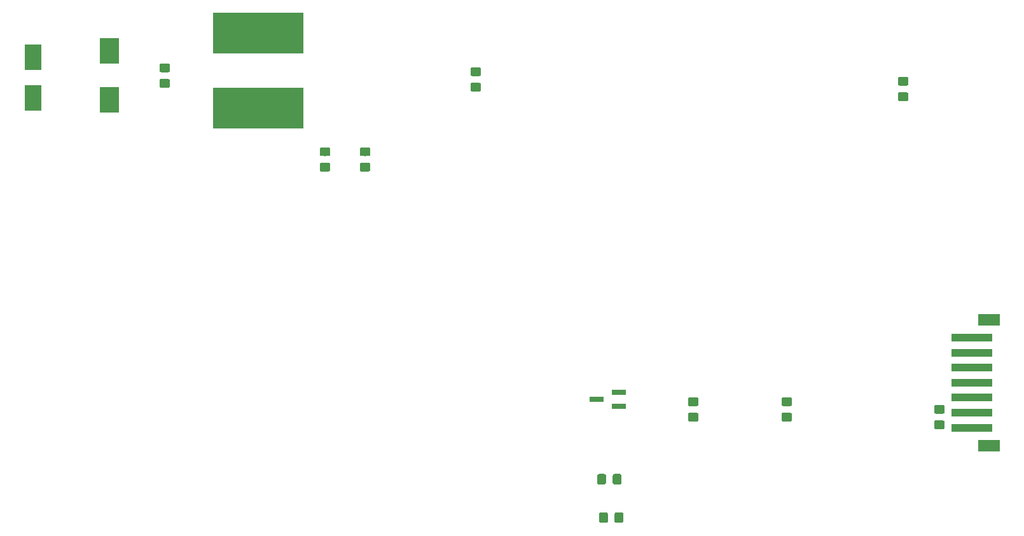
<source format=gbr>
G04 #@! TF.GenerationSoftware,KiCad,Pcbnew,(5.0.0)*
G04 #@! TF.CreationDate,2019-02-09T12:54:46-06:00*
G04 #@! TF.ProjectId,ArmPowerBoardV3,41726D506F776572426F61726456332E,rev?*
G04 #@! TF.SameCoordinates,Original*
G04 #@! TF.FileFunction,Paste,Top*
G04 #@! TF.FilePolarity,Positive*
%FSLAX46Y46*%
G04 Gerber Fmt 4.6, Leading zero omitted, Abs format (unit mm)*
G04 Created by KiCad (PCBNEW (5.0.0)) date 02/09/19 12:54:46*
%MOMM*%
%LPD*%
G01*
G04 APERTURE LIST*
%ADD10C,0.100000*%
%ADD11C,1.150000*%
%ADD12R,2.500000X3.500000*%
%ADD13R,2.300000X3.500000*%
%ADD14R,5.500000X1.000000*%
%ADD15R,3.000000X1.600000*%
%ADD16R,12.000000X5.500000*%
%ADD17R,1.900000X0.800000*%
G04 APERTURE END LIST*
D10*
G04 #@! TO.C,C1*
G36*
X98010505Y-43867204D02*
X98034773Y-43870804D01*
X98058572Y-43876765D01*
X98081671Y-43885030D01*
X98103850Y-43895520D01*
X98124893Y-43908132D01*
X98144599Y-43922747D01*
X98162777Y-43939223D01*
X98179253Y-43957401D01*
X98193868Y-43977107D01*
X98206480Y-43998150D01*
X98216970Y-44020329D01*
X98225235Y-44043428D01*
X98231196Y-44067227D01*
X98234796Y-44091495D01*
X98236000Y-44115999D01*
X98236000Y-44766001D01*
X98234796Y-44790505D01*
X98231196Y-44814773D01*
X98225235Y-44838572D01*
X98216970Y-44861671D01*
X98206480Y-44883850D01*
X98193868Y-44904893D01*
X98179253Y-44924599D01*
X98162777Y-44942777D01*
X98144599Y-44959253D01*
X98124893Y-44973868D01*
X98103850Y-44986480D01*
X98081671Y-44996970D01*
X98058572Y-45005235D01*
X98034773Y-45011196D01*
X98010505Y-45014796D01*
X97986001Y-45016000D01*
X97085999Y-45016000D01*
X97061495Y-45014796D01*
X97037227Y-45011196D01*
X97013428Y-45005235D01*
X96990329Y-44996970D01*
X96968150Y-44986480D01*
X96947107Y-44973868D01*
X96927401Y-44959253D01*
X96909223Y-44942777D01*
X96892747Y-44924599D01*
X96878132Y-44904893D01*
X96865520Y-44883850D01*
X96855030Y-44861671D01*
X96846765Y-44838572D01*
X96840804Y-44814773D01*
X96837204Y-44790505D01*
X96836000Y-44766001D01*
X96836000Y-44115999D01*
X96837204Y-44091495D01*
X96840804Y-44067227D01*
X96846765Y-44043428D01*
X96855030Y-44020329D01*
X96865520Y-43998150D01*
X96878132Y-43977107D01*
X96892747Y-43957401D01*
X96909223Y-43939223D01*
X96927401Y-43922747D01*
X96947107Y-43908132D01*
X96968150Y-43895520D01*
X96990329Y-43885030D01*
X97013428Y-43876765D01*
X97037227Y-43870804D01*
X97061495Y-43867204D01*
X97085999Y-43866000D01*
X97986001Y-43866000D01*
X98010505Y-43867204D01*
X98010505Y-43867204D01*
G37*
D11*
X97536000Y-44441000D03*
D10*
G36*
X98010505Y-45917204D02*
X98034773Y-45920804D01*
X98058572Y-45926765D01*
X98081671Y-45935030D01*
X98103850Y-45945520D01*
X98124893Y-45958132D01*
X98144599Y-45972747D01*
X98162777Y-45989223D01*
X98179253Y-46007401D01*
X98193868Y-46027107D01*
X98206480Y-46048150D01*
X98216970Y-46070329D01*
X98225235Y-46093428D01*
X98231196Y-46117227D01*
X98234796Y-46141495D01*
X98236000Y-46165999D01*
X98236000Y-46816001D01*
X98234796Y-46840505D01*
X98231196Y-46864773D01*
X98225235Y-46888572D01*
X98216970Y-46911671D01*
X98206480Y-46933850D01*
X98193868Y-46954893D01*
X98179253Y-46974599D01*
X98162777Y-46992777D01*
X98144599Y-47009253D01*
X98124893Y-47023868D01*
X98103850Y-47036480D01*
X98081671Y-47046970D01*
X98058572Y-47055235D01*
X98034773Y-47061196D01*
X98010505Y-47064796D01*
X97986001Y-47066000D01*
X97085999Y-47066000D01*
X97061495Y-47064796D01*
X97037227Y-47061196D01*
X97013428Y-47055235D01*
X96990329Y-47046970D01*
X96968150Y-47036480D01*
X96947107Y-47023868D01*
X96927401Y-47009253D01*
X96909223Y-46992777D01*
X96892747Y-46974599D01*
X96878132Y-46954893D01*
X96865520Y-46933850D01*
X96855030Y-46911671D01*
X96846765Y-46888572D01*
X96840804Y-46864773D01*
X96837204Y-46840505D01*
X96836000Y-46816001D01*
X96836000Y-46165999D01*
X96837204Y-46141495D01*
X96840804Y-46117227D01*
X96846765Y-46093428D01*
X96855030Y-46070329D01*
X96865520Y-46048150D01*
X96878132Y-46027107D01*
X96892747Y-46007401D01*
X96909223Y-45989223D01*
X96927401Y-45972747D01*
X96947107Y-45958132D01*
X96968150Y-45945520D01*
X96990329Y-45935030D01*
X97013428Y-45926765D01*
X97037227Y-45920804D01*
X97061495Y-45917204D01*
X97085999Y-45916000D01*
X97986001Y-45916000D01*
X98010505Y-45917204D01*
X98010505Y-45917204D01*
G37*
D11*
X97536000Y-46491000D03*
G04 #@! TD*
D12*
G04 #@! TO.C,C3*
X48768000Y-41708000D03*
X48768000Y-48208000D03*
G04 #@! TD*
D13*
G04 #@! TO.C,D1*
X38608000Y-42512000D03*
X38608000Y-47912000D03*
G04 #@! TD*
D14*
G04 #@! TO.C,J13*
X163584000Y-79852000D03*
X163584000Y-81852000D03*
X163584000Y-83852000D03*
X163584000Y-85852000D03*
X163584000Y-87852000D03*
X163584000Y-89852000D03*
X163584000Y-91852000D03*
D15*
X165834000Y-77452000D03*
X165834000Y-94252000D03*
G04 #@! TD*
D16*
G04 #@! TO.C,U1*
X68618000Y-39318000D03*
X68618000Y-49318000D03*
G04 #@! TD*
D17*
G04 #@! TO.C,U4*
X116586000Y-89022000D03*
X116586000Y-87122000D03*
X113586000Y-88072000D03*
G04 #@! TD*
D10*
G04 #@! TO.C,C5*
G36*
X77944505Y-56576204D02*
X77968773Y-56579804D01*
X77992572Y-56585765D01*
X78015671Y-56594030D01*
X78037850Y-56604520D01*
X78058893Y-56617132D01*
X78078599Y-56631747D01*
X78096777Y-56648223D01*
X78113253Y-56666401D01*
X78127868Y-56686107D01*
X78140480Y-56707150D01*
X78150970Y-56729329D01*
X78159235Y-56752428D01*
X78165196Y-56776227D01*
X78168796Y-56800495D01*
X78170000Y-56824999D01*
X78170000Y-57475001D01*
X78168796Y-57499505D01*
X78165196Y-57523773D01*
X78159235Y-57547572D01*
X78150970Y-57570671D01*
X78140480Y-57592850D01*
X78127868Y-57613893D01*
X78113253Y-57633599D01*
X78096777Y-57651777D01*
X78078599Y-57668253D01*
X78058893Y-57682868D01*
X78037850Y-57695480D01*
X78015671Y-57705970D01*
X77992572Y-57714235D01*
X77968773Y-57720196D01*
X77944505Y-57723796D01*
X77920001Y-57725000D01*
X77019999Y-57725000D01*
X76995495Y-57723796D01*
X76971227Y-57720196D01*
X76947428Y-57714235D01*
X76924329Y-57705970D01*
X76902150Y-57695480D01*
X76881107Y-57682868D01*
X76861401Y-57668253D01*
X76843223Y-57651777D01*
X76826747Y-57633599D01*
X76812132Y-57613893D01*
X76799520Y-57592850D01*
X76789030Y-57570671D01*
X76780765Y-57547572D01*
X76774804Y-57523773D01*
X76771204Y-57499505D01*
X76770000Y-57475001D01*
X76770000Y-56824999D01*
X76771204Y-56800495D01*
X76774804Y-56776227D01*
X76780765Y-56752428D01*
X76789030Y-56729329D01*
X76799520Y-56707150D01*
X76812132Y-56686107D01*
X76826747Y-56666401D01*
X76843223Y-56648223D01*
X76861401Y-56631747D01*
X76881107Y-56617132D01*
X76902150Y-56604520D01*
X76924329Y-56594030D01*
X76947428Y-56585765D01*
X76971227Y-56579804D01*
X76995495Y-56576204D01*
X77019999Y-56575000D01*
X77920001Y-56575000D01*
X77944505Y-56576204D01*
X77944505Y-56576204D01*
G37*
D11*
X77470000Y-57150000D03*
D10*
G36*
X77944505Y-54526204D02*
X77968773Y-54529804D01*
X77992572Y-54535765D01*
X78015671Y-54544030D01*
X78037850Y-54554520D01*
X78058893Y-54567132D01*
X78078599Y-54581747D01*
X78096777Y-54598223D01*
X78113253Y-54616401D01*
X78127868Y-54636107D01*
X78140480Y-54657150D01*
X78150970Y-54679329D01*
X78159235Y-54702428D01*
X78165196Y-54726227D01*
X78168796Y-54750495D01*
X78170000Y-54774999D01*
X78170000Y-55425001D01*
X78168796Y-55449505D01*
X78165196Y-55473773D01*
X78159235Y-55497572D01*
X78150970Y-55520671D01*
X78140480Y-55542850D01*
X78127868Y-55563893D01*
X78113253Y-55583599D01*
X78096777Y-55601777D01*
X78078599Y-55618253D01*
X78058893Y-55632868D01*
X78037850Y-55645480D01*
X78015671Y-55655970D01*
X77992572Y-55664235D01*
X77968773Y-55670196D01*
X77944505Y-55673796D01*
X77920001Y-55675000D01*
X77019999Y-55675000D01*
X76995495Y-55673796D01*
X76971227Y-55670196D01*
X76947428Y-55664235D01*
X76924329Y-55655970D01*
X76902150Y-55645480D01*
X76881107Y-55632868D01*
X76861401Y-55618253D01*
X76843223Y-55601777D01*
X76826747Y-55583599D01*
X76812132Y-55563893D01*
X76799520Y-55542850D01*
X76789030Y-55520671D01*
X76780765Y-55497572D01*
X76774804Y-55473773D01*
X76771204Y-55449505D01*
X76770000Y-55425001D01*
X76770000Y-54774999D01*
X76771204Y-54750495D01*
X76774804Y-54726227D01*
X76780765Y-54702428D01*
X76789030Y-54679329D01*
X76799520Y-54657150D01*
X76812132Y-54636107D01*
X76826747Y-54616401D01*
X76843223Y-54598223D01*
X76861401Y-54581747D01*
X76881107Y-54567132D01*
X76902150Y-54554520D01*
X76924329Y-54544030D01*
X76947428Y-54535765D01*
X76971227Y-54529804D01*
X76995495Y-54526204D01*
X77019999Y-54525000D01*
X77920001Y-54525000D01*
X77944505Y-54526204D01*
X77944505Y-54526204D01*
G37*
D11*
X77470000Y-55100000D03*
G04 #@! TD*
D10*
G04 #@! TO.C,C6*
G36*
X83278505Y-54526204D02*
X83302773Y-54529804D01*
X83326572Y-54535765D01*
X83349671Y-54544030D01*
X83371850Y-54554520D01*
X83392893Y-54567132D01*
X83412599Y-54581747D01*
X83430777Y-54598223D01*
X83447253Y-54616401D01*
X83461868Y-54636107D01*
X83474480Y-54657150D01*
X83484970Y-54679329D01*
X83493235Y-54702428D01*
X83499196Y-54726227D01*
X83502796Y-54750495D01*
X83504000Y-54774999D01*
X83504000Y-55425001D01*
X83502796Y-55449505D01*
X83499196Y-55473773D01*
X83493235Y-55497572D01*
X83484970Y-55520671D01*
X83474480Y-55542850D01*
X83461868Y-55563893D01*
X83447253Y-55583599D01*
X83430777Y-55601777D01*
X83412599Y-55618253D01*
X83392893Y-55632868D01*
X83371850Y-55645480D01*
X83349671Y-55655970D01*
X83326572Y-55664235D01*
X83302773Y-55670196D01*
X83278505Y-55673796D01*
X83254001Y-55675000D01*
X82353999Y-55675000D01*
X82329495Y-55673796D01*
X82305227Y-55670196D01*
X82281428Y-55664235D01*
X82258329Y-55655970D01*
X82236150Y-55645480D01*
X82215107Y-55632868D01*
X82195401Y-55618253D01*
X82177223Y-55601777D01*
X82160747Y-55583599D01*
X82146132Y-55563893D01*
X82133520Y-55542850D01*
X82123030Y-55520671D01*
X82114765Y-55497572D01*
X82108804Y-55473773D01*
X82105204Y-55449505D01*
X82104000Y-55425001D01*
X82104000Y-54774999D01*
X82105204Y-54750495D01*
X82108804Y-54726227D01*
X82114765Y-54702428D01*
X82123030Y-54679329D01*
X82133520Y-54657150D01*
X82146132Y-54636107D01*
X82160747Y-54616401D01*
X82177223Y-54598223D01*
X82195401Y-54581747D01*
X82215107Y-54567132D01*
X82236150Y-54554520D01*
X82258329Y-54544030D01*
X82281428Y-54535765D01*
X82305227Y-54529804D01*
X82329495Y-54526204D01*
X82353999Y-54525000D01*
X83254001Y-54525000D01*
X83278505Y-54526204D01*
X83278505Y-54526204D01*
G37*
D11*
X82804000Y-55100000D03*
D10*
G36*
X83278505Y-56576204D02*
X83302773Y-56579804D01*
X83326572Y-56585765D01*
X83349671Y-56594030D01*
X83371850Y-56604520D01*
X83392893Y-56617132D01*
X83412599Y-56631747D01*
X83430777Y-56648223D01*
X83447253Y-56666401D01*
X83461868Y-56686107D01*
X83474480Y-56707150D01*
X83484970Y-56729329D01*
X83493235Y-56752428D01*
X83499196Y-56776227D01*
X83502796Y-56800495D01*
X83504000Y-56824999D01*
X83504000Y-57475001D01*
X83502796Y-57499505D01*
X83499196Y-57523773D01*
X83493235Y-57547572D01*
X83484970Y-57570671D01*
X83474480Y-57592850D01*
X83461868Y-57613893D01*
X83447253Y-57633599D01*
X83430777Y-57651777D01*
X83412599Y-57668253D01*
X83392893Y-57682868D01*
X83371850Y-57695480D01*
X83349671Y-57705970D01*
X83326572Y-57714235D01*
X83302773Y-57720196D01*
X83278505Y-57723796D01*
X83254001Y-57725000D01*
X82353999Y-57725000D01*
X82329495Y-57723796D01*
X82305227Y-57720196D01*
X82281428Y-57714235D01*
X82258329Y-57705970D01*
X82236150Y-57695480D01*
X82215107Y-57682868D01*
X82195401Y-57668253D01*
X82177223Y-57651777D01*
X82160747Y-57633599D01*
X82146132Y-57613893D01*
X82133520Y-57592850D01*
X82123030Y-57570671D01*
X82114765Y-57547572D01*
X82108804Y-57523773D01*
X82105204Y-57499505D01*
X82104000Y-57475001D01*
X82104000Y-56824999D01*
X82105204Y-56800495D01*
X82108804Y-56776227D01*
X82114765Y-56752428D01*
X82123030Y-56729329D01*
X82133520Y-56707150D01*
X82146132Y-56686107D01*
X82160747Y-56666401D01*
X82177223Y-56648223D01*
X82195401Y-56631747D01*
X82215107Y-56617132D01*
X82236150Y-56604520D01*
X82258329Y-56594030D01*
X82281428Y-56585765D01*
X82305227Y-56579804D01*
X82329495Y-56576204D01*
X82353999Y-56575000D01*
X83254001Y-56575000D01*
X83278505Y-56576204D01*
X83278505Y-56576204D01*
G37*
D11*
X82804000Y-57150000D03*
G04 #@! TD*
D10*
G04 #@! TO.C,C7*
G36*
X159732505Y-88825204D02*
X159756773Y-88828804D01*
X159780572Y-88834765D01*
X159803671Y-88843030D01*
X159825850Y-88853520D01*
X159846893Y-88866132D01*
X159866599Y-88880747D01*
X159884777Y-88897223D01*
X159901253Y-88915401D01*
X159915868Y-88935107D01*
X159928480Y-88956150D01*
X159938970Y-88978329D01*
X159947235Y-89001428D01*
X159953196Y-89025227D01*
X159956796Y-89049495D01*
X159958000Y-89073999D01*
X159958000Y-89724001D01*
X159956796Y-89748505D01*
X159953196Y-89772773D01*
X159947235Y-89796572D01*
X159938970Y-89819671D01*
X159928480Y-89841850D01*
X159915868Y-89862893D01*
X159901253Y-89882599D01*
X159884777Y-89900777D01*
X159866599Y-89917253D01*
X159846893Y-89931868D01*
X159825850Y-89944480D01*
X159803671Y-89954970D01*
X159780572Y-89963235D01*
X159756773Y-89969196D01*
X159732505Y-89972796D01*
X159708001Y-89974000D01*
X158807999Y-89974000D01*
X158783495Y-89972796D01*
X158759227Y-89969196D01*
X158735428Y-89963235D01*
X158712329Y-89954970D01*
X158690150Y-89944480D01*
X158669107Y-89931868D01*
X158649401Y-89917253D01*
X158631223Y-89900777D01*
X158614747Y-89882599D01*
X158600132Y-89862893D01*
X158587520Y-89841850D01*
X158577030Y-89819671D01*
X158568765Y-89796572D01*
X158562804Y-89772773D01*
X158559204Y-89748505D01*
X158558000Y-89724001D01*
X158558000Y-89073999D01*
X158559204Y-89049495D01*
X158562804Y-89025227D01*
X158568765Y-89001428D01*
X158577030Y-88978329D01*
X158587520Y-88956150D01*
X158600132Y-88935107D01*
X158614747Y-88915401D01*
X158631223Y-88897223D01*
X158649401Y-88880747D01*
X158669107Y-88866132D01*
X158690150Y-88853520D01*
X158712329Y-88843030D01*
X158735428Y-88834765D01*
X158759227Y-88828804D01*
X158783495Y-88825204D01*
X158807999Y-88824000D01*
X159708001Y-88824000D01*
X159732505Y-88825204D01*
X159732505Y-88825204D01*
G37*
D11*
X159258000Y-89399000D03*
D10*
G36*
X159732505Y-90875204D02*
X159756773Y-90878804D01*
X159780572Y-90884765D01*
X159803671Y-90893030D01*
X159825850Y-90903520D01*
X159846893Y-90916132D01*
X159866599Y-90930747D01*
X159884777Y-90947223D01*
X159901253Y-90965401D01*
X159915868Y-90985107D01*
X159928480Y-91006150D01*
X159938970Y-91028329D01*
X159947235Y-91051428D01*
X159953196Y-91075227D01*
X159956796Y-91099495D01*
X159958000Y-91123999D01*
X159958000Y-91774001D01*
X159956796Y-91798505D01*
X159953196Y-91822773D01*
X159947235Y-91846572D01*
X159938970Y-91869671D01*
X159928480Y-91891850D01*
X159915868Y-91912893D01*
X159901253Y-91932599D01*
X159884777Y-91950777D01*
X159866599Y-91967253D01*
X159846893Y-91981868D01*
X159825850Y-91994480D01*
X159803671Y-92004970D01*
X159780572Y-92013235D01*
X159756773Y-92019196D01*
X159732505Y-92022796D01*
X159708001Y-92024000D01*
X158807999Y-92024000D01*
X158783495Y-92022796D01*
X158759227Y-92019196D01*
X158735428Y-92013235D01*
X158712329Y-92004970D01*
X158690150Y-91994480D01*
X158669107Y-91981868D01*
X158649401Y-91967253D01*
X158631223Y-91950777D01*
X158614747Y-91932599D01*
X158600132Y-91912893D01*
X158587520Y-91891850D01*
X158577030Y-91869671D01*
X158568765Y-91846572D01*
X158562804Y-91822773D01*
X158559204Y-91798505D01*
X158558000Y-91774001D01*
X158558000Y-91123999D01*
X158559204Y-91099495D01*
X158562804Y-91075227D01*
X158568765Y-91051428D01*
X158577030Y-91028329D01*
X158587520Y-91006150D01*
X158600132Y-90985107D01*
X158614747Y-90965401D01*
X158631223Y-90947223D01*
X158649401Y-90930747D01*
X158669107Y-90916132D01*
X158690150Y-90903520D01*
X158712329Y-90893030D01*
X158735428Y-90884765D01*
X158759227Y-90878804D01*
X158783495Y-90875204D01*
X158807999Y-90874000D01*
X159708001Y-90874000D01*
X159732505Y-90875204D01*
X159732505Y-90875204D01*
G37*
D11*
X159258000Y-91449000D03*
G04 #@! TD*
D10*
G04 #@! TO.C,C8*
G36*
X56608505Y-45409204D02*
X56632773Y-45412804D01*
X56656572Y-45418765D01*
X56679671Y-45427030D01*
X56701850Y-45437520D01*
X56722893Y-45450132D01*
X56742599Y-45464747D01*
X56760777Y-45481223D01*
X56777253Y-45499401D01*
X56791868Y-45519107D01*
X56804480Y-45540150D01*
X56814970Y-45562329D01*
X56823235Y-45585428D01*
X56829196Y-45609227D01*
X56832796Y-45633495D01*
X56834000Y-45657999D01*
X56834000Y-46308001D01*
X56832796Y-46332505D01*
X56829196Y-46356773D01*
X56823235Y-46380572D01*
X56814970Y-46403671D01*
X56804480Y-46425850D01*
X56791868Y-46446893D01*
X56777253Y-46466599D01*
X56760777Y-46484777D01*
X56742599Y-46501253D01*
X56722893Y-46515868D01*
X56701850Y-46528480D01*
X56679671Y-46538970D01*
X56656572Y-46547235D01*
X56632773Y-46553196D01*
X56608505Y-46556796D01*
X56584001Y-46558000D01*
X55683999Y-46558000D01*
X55659495Y-46556796D01*
X55635227Y-46553196D01*
X55611428Y-46547235D01*
X55588329Y-46538970D01*
X55566150Y-46528480D01*
X55545107Y-46515868D01*
X55525401Y-46501253D01*
X55507223Y-46484777D01*
X55490747Y-46466599D01*
X55476132Y-46446893D01*
X55463520Y-46425850D01*
X55453030Y-46403671D01*
X55444765Y-46380572D01*
X55438804Y-46356773D01*
X55435204Y-46332505D01*
X55434000Y-46308001D01*
X55434000Y-45657999D01*
X55435204Y-45633495D01*
X55438804Y-45609227D01*
X55444765Y-45585428D01*
X55453030Y-45562329D01*
X55463520Y-45540150D01*
X55476132Y-45519107D01*
X55490747Y-45499401D01*
X55507223Y-45481223D01*
X55525401Y-45464747D01*
X55545107Y-45450132D01*
X55566150Y-45437520D01*
X55588329Y-45427030D01*
X55611428Y-45418765D01*
X55635227Y-45412804D01*
X55659495Y-45409204D01*
X55683999Y-45408000D01*
X56584001Y-45408000D01*
X56608505Y-45409204D01*
X56608505Y-45409204D01*
G37*
D11*
X56134000Y-45983000D03*
D10*
G36*
X56608505Y-43359204D02*
X56632773Y-43362804D01*
X56656572Y-43368765D01*
X56679671Y-43377030D01*
X56701850Y-43387520D01*
X56722893Y-43400132D01*
X56742599Y-43414747D01*
X56760777Y-43431223D01*
X56777253Y-43449401D01*
X56791868Y-43469107D01*
X56804480Y-43490150D01*
X56814970Y-43512329D01*
X56823235Y-43535428D01*
X56829196Y-43559227D01*
X56832796Y-43583495D01*
X56834000Y-43607999D01*
X56834000Y-44258001D01*
X56832796Y-44282505D01*
X56829196Y-44306773D01*
X56823235Y-44330572D01*
X56814970Y-44353671D01*
X56804480Y-44375850D01*
X56791868Y-44396893D01*
X56777253Y-44416599D01*
X56760777Y-44434777D01*
X56742599Y-44451253D01*
X56722893Y-44465868D01*
X56701850Y-44478480D01*
X56679671Y-44488970D01*
X56656572Y-44497235D01*
X56632773Y-44503196D01*
X56608505Y-44506796D01*
X56584001Y-44508000D01*
X55683999Y-44508000D01*
X55659495Y-44506796D01*
X55635227Y-44503196D01*
X55611428Y-44497235D01*
X55588329Y-44488970D01*
X55566150Y-44478480D01*
X55545107Y-44465868D01*
X55525401Y-44451253D01*
X55507223Y-44434777D01*
X55490747Y-44416599D01*
X55476132Y-44396893D01*
X55463520Y-44375850D01*
X55453030Y-44353671D01*
X55444765Y-44330572D01*
X55438804Y-44306773D01*
X55435204Y-44282505D01*
X55434000Y-44258001D01*
X55434000Y-43607999D01*
X55435204Y-43583495D01*
X55438804Y-43559227D01*
X55444765Y-43535428D01*
X55453030Y-43512329D01*
X55463520Y-43490150D01*
X55476132Y-43469107D01*
X55490747Y-43449401D01*
X55507223Y-43431223D01*
X55525401Y-43414747D01*
X55545107Y-43400132D01*
X55566150Y-43387520D01*
X55588329Y-43377030D01*
X55611428Y-43368765D01*
X55635227Y-43362804D01*
X55659495Y-43359204D01*
X55683999Y-43358000D01*
X56584001Y-43358000D01*
X56608505Y-43359204D01*
X56608505Y-43359204D01*
G37*
D11*
X56134000Y-43933000D03*
G04 #@! TD*
D10*
G04 #@! TO.C,C9*
G36*
X126966505Y-89868204D02*
X126990773Y-89871804D01*
X127014572Y-89877765D01*
X127037671Y-89886030D01*
X127059850Y-89896520D01*
X127080893Y-89909132D01*
X127100599Y-89923747D01*
X127118777Y-89940223D01*
X127135253Y-89958401D01*
X127149868Y-89978107D01*
X127162480Y-89999150D01*
X127172970Y-90021329D01*
X127181235Y-90044428D01*
X127187196Y-90068227D01*
X127190796Y-90092495D01*
X127192000Y-90116999D01*
X127192000Y-90767001D01*
X127190796Y-90791505D01*
X127187196Y-90815773D01*
X127181235Y-90839572D01*
X127172970Y-90862671D01*
X127162480Y-90884850D01*
X127149868Y-90905893D01*
X127135253Y-90925599D01*
X127118777Y-90943777D01*
X127100599Y-90960253D01*
X127080893Y-90974868D01*
X127059850Y-90987480D01*
X127037671Y-90997970D01*
X127014572Y-91006235D01*
X126990773Y-91012196D01*
X126966505Y-91015796D01*
X126942001Y-91017000D01*
X126041999Y-91017000D01*
X126017495Y-91015796D01*
X125993227Y-91012196D01*
X125969428Y-91006235D01*
X125946329Y-90997970D01*
X125924150Y-90987480D01*
X125903107Y-90974868D01*
X125883401Y-90960253D01*
X125865223Y-90943777D01*
X125848747Y-90925599D01*
X125834132Y-90905893D01*
X125821520Y-90884850D01*
X125811030Y-90862671D01*
X125802765Y-90839572D01*
X125796804Y-90815773D01*
X125793204Y-90791505D01*
X125792000Y-90767001D01*
X125792000Y-90116999D01*
X125793204Y-90092495D01*
X125796804Y-90068227D01*
X125802765Y-90044428D01*
X125811030Y-90021329D01*
X125821520Y-89999150D01*
X125834132Y-89978107D01*
X125848747Y-89958401D01*
X125865223Y-89940223D01*
X125883401Y-89923747D01*
X125903107Y-89909132D01*
X125924150Y-89896520D01*
X125946329Y-89886030D01*
X125969428Y-89877765D01*
X125993227Y-89871804D01*
X126017495Y-89868204D01*
X126041999Y-89867000D01*
X126942001Y-89867000D01*
X126966505Y-89868204D01*
X126966505Y-89868204D01*
G37*
D11*
X126492000Y-90442000D03*
D10*
G36*
X126966505Y-87818204D02*
X126990773Y-87821804D01*
X127014572Y-87827765D01*
X127037671Y-87836030D01*
X127059850Y-87846520D01*
X127080893Y-87859132D01*
X127100599Y-87873747D01*
X127118777Y-87890223D01*
X127135253Y-87908401D01*
X127149868Y-87928107D01*
X127162480Y-87949150D01*
X127172970Y-87971329D01*
X127181235Y-87994428D01*
X127187196Y-88018227D01*
X127190796Y-88042495D01*
X127192000Y-88066999D01*
X127192000Y-88717001D01*
X127190796Y-88741505D01*
X127187196Y-88765773D01*
X127181235Y-88789572D01*
X127172970Y-88812671D01*
X127162480Y-88834850D01*
X127149868Y-88855893D01*
X127135253Y-88875599D01*
X127118777Y-88893777D01*
X127100599Y-88910253D01*
X127080893Y-88924868D01*
X127059850Y-88937480D01*
X127037671Y-88947970D01*
X127014572Y-88956235D01*
X126990773Y-88962196D01*
X126966505Y-88965796D01*
X126942001Y-88967000D01*
X126041999Y-88967000D01*
X126017495Y-88965796D01*
X125993227Y-88962196D01*
X125969428Y-88956235D01*
X125946329Y-88947970D01*
X125924150Y-88937480D01*
X125903107Y-88924868D01*
X125883401Y-88910253D01*
X125865223Y-88893777D01*
X125848747Y-88875599D01*
X125834132Y-88855893D01*
X125821520Y-88834850D01*
X125811030Y-88812671D01*
X125802765Y-88789572D01*
X125796804Y-88765773D01*
X125793204Y-88741505D01*
X125792000Y-88717001D01*
X125792000Y-88066999D01*
X125793204Y-88042495D01*
X125796804Y-88018227D01*
X125802765Y-87994428D01*
X125811030Y-87971329D01*
X125821520Y-87949150D01*
X125834132Y-87928107D01*
X125848747Y-87908401D01*
X125865223Y-87890223D01*
X125883401Y-87873747D01*
X125903107Y-87859132D01*
X125924150Y-87846520D01*
X125946329Y-87836030D01*
X125969428Y-87827765D01*
X125993227Y-87821804D01*
X126017495Y-87818204D01*
X126041999Y-87817000D01*
X126942001Y-87817000D01*
X126966505Y-87818204D01*
X126966505Y-87818204D01*
G37*
D11*
X126492000Y-88392000D03*
G04 #@! TD*
D10*
G04 #@! TO.C,C10*
G36*
X154906505Y-47187204D02*
X154930773Y-47190804D01*
X154954572Y-47196765D01*
X154977671Y-47205030D01*
X154999850Y-47215520D01*
X155020893Y-47228132D01*
X155040599Y-47242747D01*
X155058777Y-47259223D01*
X155075253Y-47277401D01*
X155089868Y-47297107D01*
X155102480Y-47318150D01*
X155112970Y-47340329D01*
X155121235Y-47363428D01*
X155127196Y-47387227D01*
X155130796Y-47411495D01*
X155132000Y-47435999D01*
X155132000Y-48086001D01*
X155130796Y-48110505D01*
X155127196Y-48134773D01*
X155121235Y-48158572D01*
X155112970Y-48181671D01*
X155102480Y-48203850D01*
X155089868Y-48224893D01*
X155075253Y-48244599D01*
X155058777Y-48262777D01*
X155040599Y-48279253D01*
X155020893Y-48293868D01*
X154999850Y-48306480D01*
X154977671Y-48316970D01*
X154954572Y-48325235D01*
X154930773Y-48331196D01*
X154906505Y-48334796D01*
X154882001Y-48336000D01*
X153981999Y-48336000D01*
X153957495Y-48334796D01*
X153933227Y-48331196D01*
X153909428Y-48325235D01*
X153886329Y-48316970D01*
X153864150Y-48306480D01*
X153843107Y-48293868D01*
X153823401Y-48279253D01*
X153805223Y-48262777D01*
X153788747Y-48244599D01*
X153774132Y-48224893D01*
X153761520Y-48203850D01*
X153751030Y-48181671D01*
X153742765Y-48158572D01*
X153736804Y-48134773D01*
X153733204Y-48110505D01*
X153732000Y-48086001D01*
X153732000Y-47435999D01*
X153733204Y-47411495D01*
X153736804Y-47387227D01*
X153742765Y-47363428D01*
X153751030Y-47340329D01*
X153761520Y-47318150D01*
X153774132Y-47297107D01*
X153788747Y-47277401D01*
X153805223Y-47259223D01*
X153823401Y-47242747D01*
X153843107Y-47228132D01*
X153864150Y-47215520D01*
X153886329Y-47205030D01*
X153909428Y-47196765D01*
X153933227Y-47190804D01*
X153957495Y-47187204D01*
X153981999Y-47186000D01*
X154882001Y-47186000D01*
X154906505Y-47187204D01*
X154906505Y-47187204D01*
G37*
D11*
X154432000Y-47761000D03*
D10*
G36*
X154906505Y-45137204D02*
X154930773Y-45140804D01*
X154954572Y-45146765D01*
X154977671Y-45155030D01*
X154999850Y-45165520D01*
X155020893Y-45178132D01*
X155040599Y-45192747D01*
X155058777Y-45209223D01*
X155075253Y-45227401D01*
X155089868Y-45247107D01*
X155102480Y-45268150D01*
X155112970Y-45290329D01*
X155121235Y-45313428D01*
X155127196Y-45337227D01*
X155130796Y-45361495D01*
X155132000Y-45385999D01*
X155132000Y-46036001D01*
X155130796Y-46060505D01*
X155127196Y-46084773D01*
X155121235Y-46108572D01*
X155112970Y-46131671D01*
X155102480Y-46153850D01*
X155089868Y-46174893D01*
X155075253Y-46194599D01*
X155058777Y-46212777D01*
X155040599Y-46229253D01*
X155020893Y-46243868D01*
X154999850Y-46256480D01*
X154977671Y-46266970D01*
X154954572Y-46275235D01*
X154930773Y-46281196D01*
X154906505Y-46284796D01*
X154882001Y-46286000D01*
X153981999Y-46286000D01*
X153957495Y-46284796D01*
X153933227Y-46281196D01*
X153909428Y-46275235D01*
X153886329Y-46266970D01*
X153864150Y-46256480D01*
X153843107Y-46243868D01*
X153823401Y-46229253D01*
X153805223Y-46212777D01*
X153788747Y-46194599D01*
X153774132Y-46174893D01*
X153761520Y-46153850D01*
X153751030Y-46131671D01*
X153742765Y-46108572D01*
X153736804Y-46084773D01*
X153733204Y-46060505D01*
X153732000Y-46036001D01*
X153732000Y-45385999D01*
X153733204Y-45361495D01*
X153736804Y-45337227D01*
X153742765Y-45313428D01*
X153751030Y-45290329D01*
X153761520Y-45268150D01*
X153774132Y-45247107D01*
X153788747Y-45227401D01*
X153805223Y-45209223D01*
X153823401Y-45192747D01*
X153843107Y-45178132D01*
X153864150Y-45165520D01*
X153886329Y-45155030D01*
X153909428Y-45146765D01*
X153933227Y-45140804D01*
X153957495Y-45137204D01*
X153981999Y-45136000D01*
X154882001Y-45136000D01*
X154906505Y-45137204D01*
X154906505Y-45137204D01*
G37*
D11*
X154432000Y-45711000D03*
G04 #@! TD*
D10*
G04 #@! TO.C,C11*
G36*
X139412505Y-87809204D02*
X139436773Y-87812804D01*
X139460572Y-87818765D01*
X139483671Y-87827030D01*
X139505850Y-87837520D01*
X139526893Y-87850132D01*
X139546599Y-87864747D01*
X139564777Y-87881223D01*
X139581253Y-87899401D01*
X139595868Y-87919107D01*
X139608480Y-87940150D01*
X139618970Y-87962329D01*
X139627235Y-87985428D01*
X139633196Y-88009227D01*
X139636796Y-88033495D01*
X139638000Y-88057999D01*
X139638000Y-88708001D01*
X139636796Y-88732505D01*
X139633196Y-88756773D01*
X139627235Y-88780572D01*
X139618970Y-88803671D01*
X139608480Y-88825850D01*
X139595868Y-88846893D01*
X139581253Y-88866599D01*
X139564777Y-88884777D01*
X139546599Y-88901253D01*
X139526893Y-88915868D01*
X139505850Y-88928480D01*
X139483671Y-88938970D01*
X139460572Y-88947235D01*
X139436773Y-88953196D01*
X139412505Y-88956796D01*
X139388001Y-88958000D01*
X138487999Y-88958000D01*
X138463495Y-88956796D01*
X138439227Y-88953196D01*
X138415428Y-88947235D01*
X138392329Y-88938970D01*
X138370150Y-88928480D01*
X138349107Y-88915868D01*
X138329401Y-88901253D01*
X138311223Y-88884777D01*
X138294747Y-88866599D01*
X138280132Y-88846893D01*
X138267520Y-88825850D01*
X138257030Y-88803671D01*
X138248765Y-88780572D01*
X138242804Y-88756773D01*
X138239204Y-88732505D01*
X138238000Y-88708001D01*
X138238000Y-88057999D01*
X138239204Y-88033495D01*
X138242804Y-88009227D01*
X138248765Y-87985428D01*
X138257030Y-87962329D01*
X138267520Y-87940150D01*
X138280132Y-87919107D01*
X138294747Y-87899401D01*
X138311223Y-87881223D01*
X138329401Y-87864747D01*
X138349107Y-87850132D01*
X138370150Y-87837520D01*
X138392329Y-87827030D01*
X138415428Y-87818765D01*
X138439227Y-87812804D01*
X138463495Y-87809204D01*
X138487999Y-87808000D01*
X139388001Y-87808000D01*
X139412505Y-87809204D01*
X139412505Y-87809204D01*
G37*
D11*
X138938000Y-88383000D03*
D10*
G36*
X139412505Y-89859204D02*
X139436773Y-89862804D01*
X139460572Y-89868765D01*
X139483671Y-89877030D01*
X139505850Y-89887520D01*
X139526893Y-89900132D01*
X139546599Y-89914747D01*
X139564777Y-89931223D01*
X139581253Y-89949401D01*
X139595868Y-89969107D01*
X139608480Y-89990150D01*
X139618970Y-90012329D01*
X139627235Y-90035428D01*
X139633196Y-90059227D01*
X139636796Y-90083495D01*
X139638000Y-90107999D01*
X139638000Y-90758001D01*
X139636796Y-90782505D01*
X139633196Y-90806773D01*
X139627235Y-90830572D01*
X139618970Y-90853671D01*
X139608480Y-90875850D01*
X139595868Y-90896893D01*
X139581253Y-90916599D01*
X139564777Y-90934777D01*
X139546599Y-90951253D01*
X139526893Y-90965868D01*
X139505850Y-90978480D01*
X139483671Y-90988970D01*
X139460572Y-90997235D01*
X139436773Y-91003196D01*
X139412505Y-91006796D01*
X139388001Y-91008000D01*
X138487999Y-91008000D01*
X138463495Y-91006796D01*
X138439227Y-91003196D01*
X138415428Y-90997235D01*
X138392329Y-90988970D01*
X138370150Y-90978480D01*
X138349107Y-90965868D01*
X138329401Y-90951253D01*
X138311223Y-90934777D01*
X138294747Y-90916599D01*
X138280132Y-90896893D01*
X138267520Y-90875850D01*
X138257030Y-90853671D01*
X138248765Y-90830572D01*
X138242804Y-90806773D01*
X138239204Y-90782505D01*
X138238000Y-90758001D01*
X138238000Y-90107999D01*
X138239204Y-90083495D01*
X138242804Y-90059227D01*
X138248765Y-90035428D01*
X138257030Y-90012329D01*
X138267520Y-89990150D01*
X138280132Y-89969107D01*
X138294747Y-89949401D01*
X138311223Y-89931223D01*
X138329401Y-89914747D01*
X138349107Y-89900132D01*
X138370150Y-89887520D01*
X138392329Y-89877030D01*
X138415428Y-89868765D01*
X138439227Y-89862804D01*
X138463495Y-89859204D01*
X138487999Y-89858000D01*
X139388001Y-89858000D01*
X139412505Y-89859204D01*
X139412505Y-89859204D01*
G37*
D11*
X138938000Y-90433000D03*
G04 #@! TD*
D10*
G04 #@! TO.C,C2*
G36*
X114649505Y-98009802D02*
X114673773Y-98013402D01*
X114697572Y-98019363D01*
X114720671Y-98027628D01*
X114742850Y-98038118D01*
X114763893Y-98050730D01*
X114783599Y-98065345D01*
X114801777Y-98081821D01*
X114818253Y-98099999D01*
X114832868Y-98119705D01*
X114845480Y-98140748D01*
X114855970Y-98162927D01*
X114864235Y-98186026D01*
X114870196Y-98209825D01*
X114873796Y-98234093D01*
X114875000Y-98258597D01*
X114875000Y-99158599D01*
X114873796Y-99183103D01*
X114870196Y-99207371D01*
X114864235Y-99231170D01*
X114855970Y-99254269D01*
X114845480Y-99276448D01*
X114832868Y-99297491D01*
X114818253Y-99317197D01*
X114801777Y-99335375D01*
X114783599Y-99351851D01*
X114763893Y-99366466D01*
X114742850Y-99379078D01*
X114720671Y-99389568D01*
X114697572Y-99397833D01*
X114673773Y-99403794D01*
X114649505Y-99407394D01*
X114625001Y-99408598D01*
X113974999Y-99408598D01*
X113950495Y-99407394D01*
X113926227Y-99403794D01*
X113902428Y-99397833D01*
X113879329Y-99389568D01*
X113857150Y-99379078D01*
X113836107Y-99366466D01*
X113816401Y-99351851D01*
X113798223Y-99335375D01*
X113781747Y-99317197D01*
X113767132Y-99297491D01*
X113754520Y-99276448D01*
X113744030Y-99254269D01*
X113735765Y-99231170D01*
X113729804Y-99207371D01*
X113726204Y-99183103D01*
X113725000Y-99158599D01*
X113725000Y-98258597D01*
X113726204Y-98234093D01*
X113729804Y-98209825D01*
X113735765Y-98186026D01*
X113744030Y-98162927D01*
X113754520Y-98140748D01*
X113767132Y-98119705D01*
X113781747Y-98099999D01*
X113798223Y-98081821D01*
X113816401Y-98065345D01*
X113836107Y-98050730D01*
X113857150Y-98038118D01*
X113879329Y-98027628D01*
X113902428Y-98019363D01*
X113926227Y-98013402D01*
X113950495Y-98009802D01*
X113974999Y-98008598D01*
X114625001Y-98008598D01*
X114649505Y-98009802D01*
X114649505Y-98009802D01*
G37*
D11*
X114300000Y-98708598D03*
D10*
G36*
X116699505Y-98009802D02*
X116723773Y-98013402D01*
X116747572Y-98019363D01*
X116770671Y-98027628D01*
X116792850Y-98038118D01*
X116813893Y-98050730D01*
X116833599Y-98065345D01*
X116851777Y-98081821D01*
X116868253Y-98099999D01*
X116882868Y-98119705D01*
X116895480Y-98140748D01*
X116905970Y-98162927D01*
X116914235Y-98186026D01*
X116920196Y-98209825D01*
X116923796Y-98234093D01*
X116925000Y-98258597D01*
X116925000Y-99158599D01*
X116923796Y-99183103D01*
X116920196Y-99207371D01*
X116914235Y-99231170D01*
X116905970Y-99254269D01*
X116895480Y-99276448D01*
X116882868Y-99297491D01*
X116868253Y-99317197D01*
X116851777Y-99335375D01*
X116833599Y-99351851D01*
X116813893Y-99366466D01*
X116792850Y-99379078D01*
X116770671Y-99389568D01*
X116747572Y-99397833D01*
X116723773Y-99403794D01*
X116699505Y-99407394D01*
X116675001Y-99408598D01*
X116024999Y-99408598D01*
X116000495Y-99407394D01*
X115976227Y-99403794D01*
X115952428Y-99397833D01*
X115929329Y-99389568D01*
X115907150Y-99379078D01*
X115886107Y-99366466D01*
X115866401Y-99351851D01*
X115848223Y-99335375D01*
X115831747Y-99317197D01*
X115817132Y-99297491D01*
X115804520Y-99276448D01*
X115794030Y-99254269D01*
X115785765Y-99231170D01*
X115779804Y-99207371D01*
X115776204Y-99183103D01*
X115775000Y-99158599D01*
X115775000Y-98258597D01*
X115776204Y-98234093D01*
X115779804Y-98209825D01*
X115785765Y-98186026D01*
X115794030Y-98162927D01*
X115804520Y-98140748D01*
X115817132Y-98119705D01*
X115831747Y-98099999D01*
X115848223Y-98081821D01*
X115866401Y-98065345D01*
X115886107Y-98050730D01*
X115907150Y-98038118D01*
X115929329Y-98027628D01*
X115952428Y-98019363D01*
X115976227Y-98013402D01*
X116000495Y-98009802D01*
X116024999Y-98008598D01*
X116675001Y-98008598D01*
X116699505Y-98009802D01*
X116699505Y-98009802D01*
G37*
D11*
X116350000Y-98708598D03*
G04 #@! TD*
D10*
G04 #@! TO.C,C4*
G36*
X116953505Y-103119802D02*
X116977773Y-103123402D01*
X117001572Y-103129363D01*
X117024671Y-103137628D01*
X117046850Y-103148118D01*
X117067893Y-103160730D01*
X117087599Y-103175345D01*
X117105777Y-103191821D01*
X117122253Y-103209999D01*
X117136868Y-103229705D01*
X117149480Y-103250748D01*
X117159970Y-103272927D01*
X117168235Y-103296026D01*
X117174196Y-103319825D01*
X117177796Y-103344093D01*
X117179000Y-103368597D01*
X117179000Y-104268599D01*
X117177796Y-104293103D01*
X117174196Y-104317371D01*
X117168235Y-104341170D01*
X117159970Y-104364269D01*
X117149480Y-104386448D01*
X117136868Y-104407491D01*
X117122253Y-104427197D01*
X117105777Y-104445375D01*
X117087599Y-104461851D01*
X117067893Y-104476466D01*
X117046850Y-104489078D01*
X117024671Y-104499568D01*
X117001572Y-104507833D01*
X116977773Y-104513794D01*
X116953505Y-104517394D01*
X116929001Y-104518598D01*
X116278999Y-104518598D01*
X116254495Y-104517394D01*
X116230227Y-104513794D01*
X116206428Y-104507833D01*
X116183329Y-104499568D01*
X116161150Y-104489078D01*
X116140107Y-104476466D01*
X116120401Y-104461851D01*
X116102223Y-104445375D01*
X116085747Y-104427197D01*
X116071132Y-104407491D01*
X116058520Y-104386448D01*
X116048030Y-104364269D01*
X116039765Y-104341170D01*
X116033804Y-104317371D01*
X116030204Y-104293103D01*
X116029000Y-104268599D01*
X116029000Y-103368597D01*
X116030204Y-103344093D01*
X116033804Y-103319825D01*
X116039765Y-103296026D01*
X116048030Y-103272927D01*
X116058520Y-103250748D01*
X116071132Y-103229705D01*
X116085747Y-103209999D01*
X116102223Y-103191821D01*
X116120401Y-103175345D01*
X116140107Y-103160730D01*
X116161150Y-103148118D01*
X116183329Y-103137628D01*
X116206428Y-103129363D01*
X116230227Y-103123402D01*
X116254495Y-103119802D01*
X116278999Y-103118598D01*
X116929001Y-103118598D01*
X116953505Y-103119802D01*
X116953505Y-103119802D01*
G37*
D11*
X116604000Y-103818598D03*
D10*
G36*
X114903505Y-103119802D02*
X114927773Y-103123402D01*
X114951572Y-103129363D01*
X114974671Y-103137628D01*
X114996850Y-103148118D01*
X115017893Y-103160730D01*
X115037599Y-103175345D01*
X115055777Y-103191821D01*
X115072253Y-103209999D01*
X115086868Y-103229705D01*
X115099480Y-103250748D01*
X115109970Y-103272927D01*
X115118235Y-103296026D01*
X115124196Y-103319825D01*
X115127796Y-103344093D01*
X115129000Y-103368597D01*
X115129000Y-104268599D01*
X115127796Y-104293103D01*
X115124196Y-104317371D01*
X115118235Y-104341170D01*
X115109970Y-104364269D01*
X115099480Y-104386448D01*
X115086868Y-104407491D01*
X115072253Y-104427197D01*
X115055777Y-104445375D01*
X115037599Y-104461851D01*
X115017893Y-104476466D01*
X114996850Y-104489078D01*
X114974671Y-104499568D01*
X114951572Y-104507833D01*
X114927773Y-104513794D01*
X114903505Y-104517394D01*
X114879001Y-104518598D01*
X114228999Y-104518598D01*
X114204495Y-104517394D01*
X114180227Y-104513794D01*
X114156428Y-104507833D01*
X114133329Y-104499568D01*
X114111150Y-104489078D01*
X114090107Y-104476466D01*
X114070401Y-104461851D01*
X114052223Y-104445375D01*
X114035747Y-104427197D01*
X114021132Y-104407491D01*
X114008520Y-104386448D01*
X113998030Y-104364269D01*
X113989765Y-104341170D01*
X113983804Y-104317371D01*
X113980204Y-104293103D01*
X113979000Y-104268599D01*
X113979000Y-103368597D01*
X113980204Y-103344093D01*
X113983804Y-103319825D01*
X113989765Y-103296026D01*
X113998030Y-103272927D01*
X114008520Y-103250748D01*
X114021132Y-103229705D01*
X114035747Y-103209999D01*
X114052223Y-103191821D01*
X114070401Y-103175345D01*
X114090107Y-103160730D01*
X114111150Y-103148118D01*
X114133329Y-103137628D01*
X114156428Y-103129363D01*
X114180227Y-103123402D01*
X114204495Y-103119802D01*
X114228999Y-103118598D01*
X114879001Y-103118598D01*
X114903505Y-103119802D01*
X114903505Y-103119802D01*
G37*
D11*
X114554000Y-103818598D03*
G04 #@! TD*
M02*

</source>
